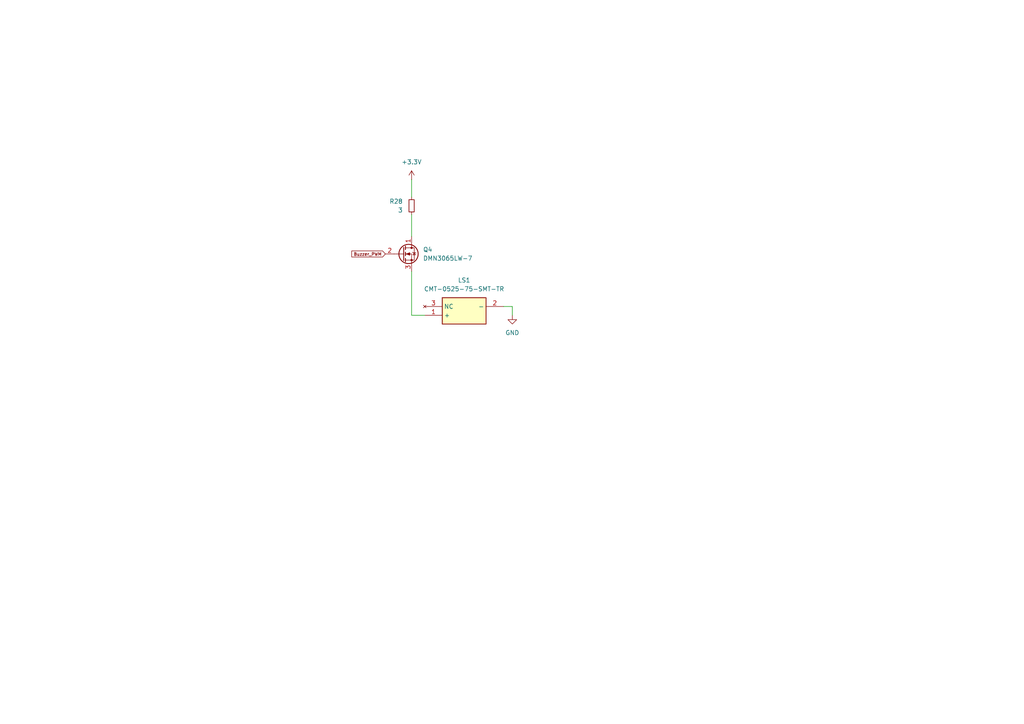
<source format=kicad_sch>
(kicad_sch
	(version 20231120)
	(generator "eeschema")
	(generator_version "8.0")
	(uuid "e3668082-4811-4eb7-8d3a-5fa52022b53c")
	(paper "A4")
	(lib_symbols
		(symbol "Device:Q_NMOS_DGS"
			(pin_names
				(offset 0) hide)
			(exclude_from_sim no)
			(in_bom yes)
			(on_board yes)
			(property "Reference" "Q"
				(at 5.08 1.27 0)
				(effects
					(font
						(size 1.27 1.27)
					)
					(justify left)
				)
			)
			(property "Value" "Q_NMOS_DGS"
				(at 5.08 -1.27 0)
				(effects
					(font
						(size 1.27 1.27)
					)
					(justify left)
				)
			)
			(property "Footprint" ""
				(at 5.08 2.54 0)
				(effects
					(font
						(size 1.27 1.27)
					)
					(hide yes)
				)
			)
			(property "Datasheet" "~"
				(at 0 0 0)
				(effects
					(font
						(size 1.27 1.27)
					)
					(hide yes)
				)
			)
			(property "Description" "N-MOSFET transistor, drain/gate/source"
				(at 0 0 0)
				(effects
					(font
						(size 1.27 1.27)
					)
					(hide yes)
				)
			)
			(property "ki_keywords" "transistor NMOS N-MOS N-MOSFET"
				(at 0 0 0)
				(effects
					(font
						(size 1.27 1.27)
					)
					(hide yes)
				)
			)
			(symbol "Q_NMOS_DGS_0_1"
				(polyline
					(pts
						(xy 0.254 0) (xy -2.54 0)
					)
					(stroke
						(width 0)
						(type default)
					)
					(fill
						(type none)
					)
				)
				(polyline
					(pts
						(xy 0.254 1.905) (xy 0.254 -1.905)
					)
					(stroke
						(width 0.254)
						(type default)
					)
					(fill
						(type none)
					)
				)
				(polyline
					(pts
						(xy 0.762 -1.27) (xy 0.762 -2.286)
					)
					(stroke
						(width 0.254)
						(type default)
					)
					(fill
						(type none)
					)
				)
				(polyline
					(pts
						(xy 0.762 0.508) (xy 0.762 -0.508)
					)
					(stroke
						(width 0.254)
						(type default)
					)
					(fill
						(type none)
					)
				)
				(polyline
					(pts
						(xy 0.762 2.286) (xy 0.762 1.27)
					)
					(stroke
						(width 0.254)
						(type default)
					)
					(fill
						(type none)
					)
				)
				(polyline
					(pts
						(xy 2.54 2.54) (xy 2.54 1.778)
					)
					(stroke
						(width 0)
						(type default)
					)
					(fill
						(type none)
					)
				)
				(polyline
					(pts
						(xy 2.54 -2.54) (xy 2.54 0) (xy 0.762 0)
					)
					(stroke
						(width 0)
						(type default)
					)
					(fill
						(type none)
					)
				)
				(polyline
					(pts
						(xy 0.762 -1.778) (xy 3.302 -1.778) (xy 3.302 1.778) (xy 0.762 1.778)
					)
					(stroke
						(width 0)
						(type default)
					)
					(fill
						(type none)
					)
				)
				(polyline
					(pts
						(xy 1.016 0) (xy 2.032 0.381) (xy 2.032 -0.381) (xy 1.016 0)
					)
					(stroke
						(width 0)
						(type default)
					)
					(fill
						(type outline)
					)
				)
				(polyline
					(pts
						(xy 2.794 0.508) (xy 2.921 0.381) (xy 3.683 0.381) (xy 3.81 0.254)
					)
					(stroke
						(width 0)
						(type default)
					)
					(fill
						(type none)
					)
				)
				(polyline
					(pts
						(xy 3.302 0.381) (xy 2.921 -0.254) (xy 3.683 -0.254) (xy 3.302 0.381)
					)
					(stroke
						(width 0)
						(type default)
					)
					(fill
						(type none)
					)
				)
				(circle
					(center 1.651 0)
					(radius 2.794)
					(stroke
						(width 0.254)
						(type default)
					)
					(fill
						(type none)
					)
				)
				(circle
					(center 2.54 -1.778)
					(radius 0.254)
					(stroke
						(width 0)
						(type default)
					)
					(fill
						(type outline)
					)
				)
				(circle
					(center 2.54 1.778)
					(radius 0.254)
					(stroke
						(width 0)
						(type default)
					)
					(fill
						(type outline)
					)
				)
			)
			(symbol "Q_NMOS_DGS_1_1"
				(pin passive line
					(at 2.54 5.08 270)
					(length 2.54)
					(name "D"
						(effects
							(font
								(size 1.27 1.27)
							)
						)
					)
					(number "1"
						(effects
							(font
								(size 1.27 1.27)
							)
						)
					)
				)
				(pin input line
					(at -5.08 0 0)
					(length 2.54)
					(name "G"
						(effects
							(font
								(size 1.27 1.27)
							)
						)
					)
					(number "2"
						(effects
							(font
								(size 1.27 1.27)
							)
						)
					)
				)
				(pin passive line
					(at 2.54 -5.08 90)
					(length 2.54)
					(name "S"
						(effects
							(font
								(size 1.27 1.27)
							)
						)
					)
					(number "3"
						(effects
							(font
								(size 1.27 1.27)
							)
						)
					)
				)
			)
		)
		(symbol "Device:R_Small"
			(pin_numbers hide)
			(pin_names
				(offset 0.254) hide)
			(exclude_from_sim no)
			(in_bom yes)
			(on_board yes)
			(property "Reference" "R"
				(at 0.762 0.508 0)
				(effects
					(font
						(size 1.27 1.27)
					)
					(justify left)
				)
			)
			(property "Value" "R_Small"
				(at 0.762 -1.016 0)
				(effects
					(font
						(size 1.27 1.27)
					)
					(justify left)
				)
			)
			(property "Footprint" ""
				(at 0 0 0)
				(effects
					(font
						(size 1.27 1.27)
					)
					(hide yes)
				)
			)
			(property "Datasheet" "~"
				(at 0 0 0)
				(effects
					(font
						(size 1.27 1.27)
					)
					(hide yes)
				)
			)
			(property "Description" "Resistor, small symbol"
				(at 0 0 0)
				(effects
					(font
						(size 1.27 1.27)
					)
					(hide yes)
				)
			)
			(property "ki_keywords" "R resistor"
				(at 0 0 0)
				(effects
					(font
						(size 1.27 1.27)
					)
					(hide yes)
				)
			)
			(property "ki_fp_filters" "R_*"
				(at 0 0 0)
				(effects
					(font
						(size 1.27 1.27)
					)
					(hide yes)
				)
			)
			(symbol "R_Small_0_1"
				(rectangle
					(start -0.762 1.778)
					(end 0.762 -1.778)
					(stroke
						(width 0.2032)
						(type default)
					)
					(fill
						(type none)
					)
				)
			)
			(symbol "R_Small_1_1"
				(pin passive line
					(at 0 2.54 270)
					(length 0.762)
					(name "~"
						(effects
							(font
								(size 1.27 1.27)
							)
						)
					)
					(number "1"
						(effects
							(font
								(size 1.27 1.27)
							)
						)
					)
				)
				(pin passive line
					(at 0 -2.54 90)
					(length 0.762)
					(name "~"
						(effects
							(font
								(size 1.27 1.27)
							)
						)
					)
					(number "2"
						(effects
							(font
								(size 1.27 1.27)
							)
						)
					)
				)
			)
		)
		(symbol "PAMI-Buzzer_CMT-0525-75-SMT-TR:CMT-0525-75-SMT-TR"
			(exclude_from_sim no)
			(in_bom yes)
			(on_board yes)
			(property "Reference" "LS"
				(at 19.05 7.62 0)
				(effects
					(font
						(size 1.27 1.27)
					)
					(justify left top)
				)
			)
			(property "Value" "CMT-0525-75-SMT-TR"
				(at 19.05 5.08 0)
				(effects
					(font
						(size 1.27 1.27)
					)
					(justify left top)
				)
			)
			(property "Footprint" "CMT052575SMTTR"
				(at 19.05 -94.92 0)
				(effects
					(font
						(size 1.27 1.27)
					)
					(justify left top)
					(hide yes)
				)
			)
			(property "Datasheet" "https://datasheet.datasheetarchive.com/originals/distributors/Datasheets_SAMA/202edec26f194914f30bb21e54dbec55.pdf"
				(at 19.05 -194.92 0)
				(effects
					(font
						(size 1.27 1.27)
					)
					(justify left top)
					(hide yes)
				)
			)
			(property "Description" "Speakers & Transducers buzzer, 5 mm, 2.5 mm deep, M, 3 V, 75 dB, Surface Mount (SMT), Audio Transducer"
				(at 0 0 0)
				(effects
					(font
						(size 1.27 1.27)
					)
					(hide yes)
				)
			)
			(property "Height" "2.8"
				(at 19.05 -394.92 0)
				(effects
					(font
						(size 1.27 1.27)
					)
					(justify left top)
					(hide yes)
				)
			)
			(property "Manufacturer_Name" "CUI Devices"
				(at 19.05 -494.92 0)
				(effects
					(font
						(size 1.27 1.27)
					)
					(justify left top)
					(hide yes)
				)
			)
			(property "Manufacturer_Part_Number" "CMT-0525-75-SMT-TR"
				(at 19.05 -594.92 0)
				(effects
					(font
						(size 1.27 1.27)
					)
					(justify left top)
					(hide yes)
				)
			)
			(property "Mouser Part Number" "490-CMT-0525-75SMTTR"
				(at 19.05 -694.92 0)
				(effects
					(font
						(size 1.27 1.27)
					)
					(justify left top)
					(hide yes)
				)
			)
			(property "Mouser Price/Stock" "https://www.mouser.co.uk/ProductDetail/CUI-Devices/CMT-0525-75-SMT-TR?qs=P1JMDcb91o4IJjUmKL6vpA%3D%3D"
				(at 19.05 -794.92 0)
				(effects
					(font
						(size 1.27 1.27)
					)
					(justify left top)
					(hide yes)
				)
			)
			(property "Arrow Part Number" ""
				(at 19.05 -894.92 0)
				(effects
					(font
						(size 1.27 1.27)
					)
					(justify left top)
					(hide yes)
				)
			)
			(property "Arrow Price/Stock" ""
				(at 19.05 -994.92 0)
				(effects
					(font
						(size 1.27 1.27)
					)
					(justify left top)
					(hide yes)
				)
			)
			(symbol "CMT-0525-75-SMT-TR_1_1"
				(rectangle
					(start 5.08 2.54)
					(end 17.78 -5.08)
					(stroke
						(width 0.254)
						(type default)
					)
					(fill
						(type background)
					)
				)
				(pin passive line
					(at 0 -2.54 0)
					(length 5.08)
					(name "+"
						(effects
							(font
								(size 1.27 1.27)
							)
						)
					)
					(number "1"
						(effects
							(font
								(size 1.27 1.27)
							)
						)
					)
				)
				(pin passive line
					(at 22.86 0 180)
					(length 5.08)
					(name "-"
						(effects
							(font
								(size 1.27 1.27)
							)
						)
					)
					(number "2"
						(effects
							(font
								(size 1.27 1.27)
							)
						)
					)
				)
				(pin no_connect line
					(at 0 0 0)
					(length 5.08)
					(name "NC"
						(effects
							(font
								(size 1.27 1.27)
							)
						)
					)
					(number "3"
						(effects
							(font
								(size 1.27 1.27)
							)
						)
					)
				)
			)
		)
		(symbol "PAMI-Power_Board_specific_symbols:+3.3V"
			(power)
			(pin_numbers hide)
			(pin_names
				(offset 0) hide)
			(exclude_from_sim no)
			(in_bom yes)
			(on_board yes)
			(property "Reference" "#PWR"
				(at 0 -3.81 0)
				(effects
					(font
						(size 1.27 1.27)
					)
					(hide yes)
				)
			)
			(property "Value" "+3.3V"
				(at 0 3.556 0)
				(effects
					(font
						(size 1.27 1.27)
					)
				)
			)
			(property "Footprint" ""
				(at 0 0 0)
				(effects
					(font
						(size 1.27 1.27)
					)
					(hide yes)
				)
			)
			(property "Datasheet" ""
				(at 0 0 0)
				(effects
					(font
						(size 1.27 1.27)
					)
					(hide yes)
				)
			)
			(property "Description" "Power symbol creates a global label with name \"+3.3V\""
				(at 0 0 0)
				(effects
					(font
						(size 1.27 1.27)
					)
					(hide yes)
				)
			)
			(property "ki_keywords" "global power"
				(at 0 0 0)
				(effects
					(font
						(size 1.27 1.27)
					)
					(hide yes)
				)
			)
			(symbol "+3.3V_0_1"
				(polyline
					(pts
						(xy -0.762 1.27) (xy 0 2.54)
					)
					(stroke
						(width 0)
						(type default)
					)
					(fill
						(type none)
					)
				)
				(polyline
					(pts
						(xy 0 0) (xy 0 2.54)
					)
					(stroke
						(width 0)
						(type default)
					)
					(fill
						(type none)
					)
				)
				(polyline
					(pts
						(xy 0 2.54) (xy 0.762 1.27)
					)
					(stroke
						(width 0)
						(type default)
					)
					(fill
						(type none)
					)
				)
			)
			(symbol "+3.3V_1_1"
				(pin power_in line
					(at 0 0 90)
					(length 0)
					(name "~"
						(effects
							(font
								(size 1.27 1.27)
							)
						)
					)
					(number "1"
						(effects
							(font
								(size 1.27 1.27)
							)
						)
					)
				)
			)
		)
		(symbol "power:GND"
			(power)
			(pin_numbers hide)
			(pin_names
				(offset 0) hide)
			(exclude_from_sim no)
			(in_bom yes)
			(on_board yes)
			(property "Reference" "#PWR"
				(at 0 -6.35 0)
				(effects
					(font
						(size 1.27 1.27)
					)
					(hide yes)
				)
			)
			(property "Value" "GND"
				(at 0 -3.81 0)
				(effects
					(font
						(size 1.27 1.27)
					)
				)
			)
			(property "Footprint" ""
				(at 0 0 0)
				(effects
					(font
						(size 1.27 1.27)
					)
					(hide yes)
				)
			)
			(property "Datasheet" ""
				(at 0 0 0)
				(effects
					(font
						(size 1.27 1.27)
					)
					(hide yes)
				)
			)
			(property "Description" "Power symbol creates a global label with name \"GND\" , ground"
				(at 0 0 0)
				(effects
					(font
						(size 1.27 1.27)
					)
					(hide yes)
				)
			)
			(property "ki_keywords" "global power"
				(at 0 0 0)
				(effects
					(font
						(size 1.27 1.27)
					)
					(hide yes)
				)
			)
			(symbol "GND_0_1"
				(polyline
					(pts
						(xy 0 0) (xy 0 -1.27) (xy 1.27 -1.27) (xy 0 -2.54) (xy -1.27 -1.27) (xy 0 -1.27)
					)
					(stroke
						(width 0)
						(type default)
					)
					(fill
						(type none)
					)
				)
			)
			(symbol "GND_1_1"
				(pin power_in line
					(at 0 0 270)
					(length 0)
					(name "~"
						(effects
							(font
								(size 1.27 1.27)
							)
						)
					)
					(number "1"
						(effects
							(font
								(size 1.27 1.27)
							)
						)
					)
				)
			)
		)
	)
	(wire
		(pts
			(xy 119.38 91.44) (xy 123.19 91.44)
		)
		(stroke
			(width 0)
			(type default)
		)
		(uuid "1a579561-4d07-4015-b783-0d64399e64d1")
	)
	(wire
		(pts
			(xy 119.38 52.07) (xy 119.38 57.15)
		)
		(stroke
			(width 0)
			(type default)
		)
		(uuid "30e5c973-3775-4938-9eb4-4e24eff48dfc")
	)
	(wire
		(pts
			(xy 119.38 62.23) (xy 119.38 68.58)
		)
		(stroke
			(width 0)
			(type default)
		)
		(uuid "55ddd249-b6e1-45ac-90cf-59107b422573")
	)
	(wire
		(pts
			(xy 146.05 88.9) (xy 148.59 88.9)
		)
		(stroke
			(width 0)
			(type default)
		)
		(uuid "601d5607-70fd-45e9-a908-af9c060cf94a")
	)
	(wire
		(pts
			(xy 119.38 78.74) (xy 119.38 91.44)
		)
		(stroke
			(width 0)
			(type default)
		)
		(uuid "ca46d73e-cb91-4071-b1a9-79bc18419d49")
	)
	(wire
		(pts
			(xy 148.59 88.9) (xy 148.59 91.44)
		)
		(stroke
			(width 0)
			(type default)
		)
		(uuid "e09255f8-6080-4a35-9112-c6a55ebc1cbe")
	)
	(global_label "Buzzer_PWM"
		(shape input)
		(at 111.76 73.66 180)
		(fields_autoplaced yes)
		(effects
			(font
				(size 0.889 0.889)
			)
			(justify right)
		)
		(uuid "94006089-de18-4bb8-9c42-13911d773f59")
		(property "Intersheetrefs" "${INTERSHEET_REFS}"
			(at 101.6272 73.66 0)
			(effects
				(font
					(size 1.27 1.27)
				)
				(justify right)
				(hide yes)
			)
		)
	)
	(symbol
		(lib_id "Device:R_Small")
		(at 119.38 59.69 0)
		(mirror y)
		(unit 1)
		(exclude_from_sim no)
		(in_bom yes)
		(on_board yes)
		(dnp no)
		(uuid "41704dd2-7dec-4830-8b16-70da84ca0cc4")
		(property "Reference" "R28"
			(at 116.84 58.4199 0)
			(effects
				(font
					(size 1.27 1.27)
				)
				(justify left)
			)
		)
		(property "Value" "3"
			(at 116.84 60.9599 0)
			(effects
				(font
					(size 1.27 1.27)
				)
				(justify left)
			)
		)
		(property "Footprint" ""
			(at 119.38 59.69 0)
			(effects
				(font
					(size 1.27 1.27)
				)
				(hide yes)
			)
		)
		(property "Datasheet" "~"
			(at 119.38 59.69 0)
			(effects
				(font
					(size 1.27 1.27)
				)
				(hide yes)
			)
		)
		(property "Description" "Resistor, small symbol"
			(at 119.38 59.69 0)
			(effects
				(font
					(size 1.27 1.27)
				)
				(hide yes)
			)
		)
		(pin "2"
			(uuid "d84d7887-2feb-4fec-9c2b-d6eb108fe4cb")
		)
		(pin "1"
			(uuid "fe5e034f-d794-4973-b5e7-bec6c0d75c91")
		)
		(instances
			(project "PAMI-Power_Board"
				(path "/bc42f872-66fb-4a3a-aea5-b5766beb2b5e/cadd677c-d44d-4d6c-a054-e6307ae7bd90"
					(reference "R28")
					(unit 1)
				)
				(path "/bc42f872-66fb-4a3a-aea5-b5766beb2b5e/1dd924d0-4f6f-42e8-b36a-d28c89ae543b"
					(reference "R30")
					(unit 1)
				)
			)
		)
	)
	(symbol
		(lib_id "PAMI-Buzzer_CMT-0525-75-SMT-TR:CMT-0525-75-SMT-TR")
		(at 123.19 88.9 0)
		(unit 1)
		(exclude_from_sim no)
		(in_bom yes)
		(on_board yes)
		(dnp no)
		(fields_autoplaced yes)
		(uuid "4872cda5-3f44-40f1-90c4-e872b649118b")
		(property "Reference" "LS1"
			(at 134.62 81.28 0)
			(effects
				(font
					(size 1.27 1.27)
				)
			)
		)
		(property "Value" "CMT-0525-75-SMT-TR"
			(at 134.62 83.82 0)
			(effects
				(font
					(size 1.27 1.27)
				)
			)
		)
		(property "Footprint" "CMT052575SMTTR"
			(at 142.24 183.82 0)
			(effects
				(font
					(size 1.27 1.27)
				)
				(justify left top)
				(hide yes)
			)
		)
		(property "Datasheet" "https://datasheet.datasheetarchive.com/originals/distributors/Datasheets_SAMA/202edec26f194914f30bb21e54dbec55.pdf"
			(at 142.24 283.82 0)
			(effects
				(font
					(size 1.27 1.27)
				)
				(justify left top)
				(hide yes)
			)
		)
		(property "Description" "Speakers & Transducers buzzer, 5 mm, 2.5 mm deep, M, 3 V, 75 dB, Surface Mount (SMT), Audio Transducer"
			(at 123.19 88.9 0)
			(effects
				(font
					(size 1.27 1.27)
				)
				(hide yes)
			)
		)
		(property "Height" "2.8"
			(at 142.24 483.82 0)
			(effects
				(font
					(size 1.27 1.27)
				)
				(justify left top)
				(hide yes)
			)
		)
		(property "Manufacturer_Name" "CUI Devices"
			(at 142.24 583.82 0)
			(effects
				(font
					(size 1.27 1.27)
				)
				(justify left top)
				(hide yes)
			)
		)
		(property "Manufacturer_Part_Number" "CMT-0525-75-SMT-TR"
			(at 142.24 683.82 0)
			(effects
				(font
					(size 1.27 1.27)
				)
				(justify left top)
				(hide yes)
			)
		)
		(property "Mouser Part Number" "490-CMT-0525-75SMTTR"
			(at 142.24 783.82 0)
			(effects
				(font
					(size 1.27 1.27)
				)
				(justify left top)
				(hide yes)
			)
		)
		(property "Mouser Price/Stock" "https://www.mouser.co.uk/ProductDetail/CUI-Devices/CMT-0525-75-SMT-TR?qs=P1JMDcb91o4IJjUmKL6vpA%3D%3D"
			(at 142.24 883.82 0)
			(effects
				(font
					(size 1.27 1.27)
				)
				(justify left top)
				(hide yes)
			)
		)
		(property "Arrow Part Number" ""
			(at 142.24 983.82 0)
			(effects
				(font
					(size 1.27 1.27)
				)
				(justify left top)
				(hide yes)
			)
		)
		(property "Arrow Price/Stock" ""
			(at 142.24 1083.82 0)
			(effects
				(font
					(size 1.27 1.27)
				)
				(justify left top)
				(hide yes)
			)
		)
		(pin "2"
			(uuid "783865d7-aace-4b4f-a068-3960a5dcc62a")
		)
		(pin "1"
			(uuid "ad06a7d6-2b39-459b-87d8-09b083f93dc5")
		)
		(pin "3"
			(uuid "899dd57e-58a4-4ca2-984d-f9ff87aeb1af")
		)
		(instances
			(project "PAMI-Power_Board"
				(path "/bc42f872-66fb-4a3a-aea5-b5766beb2b5e/cadd677c-d44d-4d6c-a054-e6307ae7bd90"
					(reference "LS1")
					(unit 1)
				)
				(path "/bc42f872-66fb-4a3a-aea5-b5766beb2b5e/1dd924d0-4f6f-42e8-b36a-d28c89ae543b"
					(reference "LS2")
					(unit 1)
				)
			)
		)
	)
	(symbol
		(lib_id "Device:Q_NMOS_DGS")
		(at 116.84 73.66 0)
		(unit 1)
		(exclude_from_sim no)
		(in_bom yes)
		(on_board yes)
		(dnp no)
		(fields_autoplaced yes)
		(uuid "7f5f6aef-324f-4e41-aa20-fe1f8b101674")
		(property "Reference" "Q4"
			(at 122.682 72.3899 0)
			(effects
				(font
					(size 1.27 1.27)
				)
				(justify left)
			)
		)
		(property "Value" "DMN3065LW-7"
			(at 122.682 74.9299 0)
			(effects
				(font
					(size 1.27 1.27)
				)
				(justify left)
			)
		)
		(property "Footprint" "Package_TO_SOT_SMD:SOT-323_SC-70"
			(at 121.92 71.12 0)
			(effects
				(font
					(size 1.27 1.27)
				)
				(hide yes)
			)
		)
		(property "Datasheet" "~"
			(at 116.84 73.66 0)
			(effects
				(font
					(size 1.27 1.27)
				)
				(hide yes)
			)
		)
		(property "Description" ""
			(at 116.84 73.66 0)
			(effects
				(font
					(size 1.27 1.27)
				)
				(hide yes)
			)
		)
		(pin "1"
			(uuid "1eaaa92d-e51f-49a4-99b1-47a643838b28")
		)
		(pin "2"
			(uuid "9a43be39-1013-4bd2-b27b-291353320178")
		)
		(pin "3"
			(uuid "5b19cfa3-7427-40e8-be2e-42833acd367f")
		)
		(instances
			(project "PAMI-Power_Board"
				(path "/bc42f872-66fb-4a3a-aea5-b5766beb2b5e/cadd677c-d44d-4d6c-a054-e6307ae7bd90"
					(reference "Q4")
					(unit 1)
				)
				(path "/bc42f872-66fb-4a3a-aea5-b5766beb2b5e/1dd924d0-4f6f-42e8-b36a-d28c89ae543b"
					(reference "Q5")
					(unit 1)
				)
			)
		)
	)
	(symbol
		(lib_id "power:GND")
		(at 148.59 91.44 0)
		(unit 1)
		(exclude_from_sim no)
		(in_bom yes)
		(on_board yes)
		(dnp no)
		(fields_autoplaced yes)
		(uuid "aa2787ee-a5d9-4ab0-959b-63eb32e816db")
		(property "Reference" "#PWR093"
			(at 148.59 97.79 0)
			(effects
				(font
					(size 1.27 1.27)
				)
				(hide yes)
			)
		)
		(property "Value" "GND"
			(at 148.59 96.52 0)
			(effects
				(font
					(size 1.27 1.27)
				)
			)
		)
		(property "Footprint" ""
			(at 148.59 91.44 0)
			(effects
				(font
					(size 1.27 1.27)
				)
				(hide yes)
			)
		)
		(property "Datasheet" ""
			(at 148.59 91.44 0)
			(effects
				(font
					(size 1.27 1.27)
				)
				(hide yes)
			)
		)
		(property "Description" "Power symbol creates a global label with name \"GND\" , ground"
			(at 148.59 91.44 0)
			(effects
				(font
					(size 1.27 1.27)
				)
				(hide yes)
			)
		)
		(pin "1"
			(uuid "4ebdbb8c-2cd4-477c-a56e-668aed61497e")
		)
		(instances
			(project "PAMI-Power_Board"
				(path "/bc42f872-66fb-4a3a-aea5-b5766beb2b5e/cadd677c-d44d-4d6c-a054-e6307ae7bd90"
					(reference "#PWR093")
					(unit 1)
				)
				(path "/bc42f872-66fb-4a3a-aea5-b5766beb2b5e/1dd924d0-4f6f-42e8-b36a-d28c89ae543b"
					(reference "#PWR098")
					(unit 1)
				)
			)
		)
	)
	(symbol
		(lib_id "PAMI-Power_Board_specific_symbols:+3.3V")
		(at 119.38 52.07 0)
		(unit 1)
		(exclude_from_sim no)
		(in_bom yes)
		(on_board yes)
		(dnp no)
		(fields_autoplaced yes)
		(uuid "dcbc1618-23f1-4488-a1d2-9d1f66caadb0")
		(property "Reference" "#PWR094"
			(at 119.38 55.88 0)
			(effects
				(font
					(size 1.27 1.27)
				)
				(hide yes)
			)
		)
		(property "Value" "+3.3V"
			(at 119.38 46.99 0)
			(effects
				(font
					(size 1.27 1.27)
				)
			)
		)
		(property "Footprint" ""
			(at 119.38 52.07 0)
			(effects
				(font
					(size 1.27 1.27)
				)
				(hide yes)
			)
		)
		(property "Datasheet" ""
			(at 119.38 52.07 0)
			(effects
				(font
					(size 1.27 1.27)
				)
				(hide yes)
			)
		)
		(property "Description" "Power symbol creates a global label with name \"+3.3V\""
			(at 119.38 52.07 0)
			(effects
				(font
					(size 1.27 1.27)
				)
				(hide yes)
			)
		)
		(pin "1"
			(uuid "59bddd98-d24d-4c48-ba2f-86937ff21d88")
		)
		(instances
			(project "PAMI-Power_Board"
				(path "/bc42f872-66fb-4a3a-aea5-b5766beb2b5e/cadd677c-d44d-4d6c-a054-e6307ae7bd90"
					(reference "#PWR094")
					(unit 1)
				)
				(path "/bc42f872-66fb-4a3a-aea5-b5766beb2b5e/1dd924d0-4f6f-42e8-b36a-d28c89ae543b"
					(reference "#PWR097")
					(unit 1)
				)
			)
		)
	)
)
</source>
